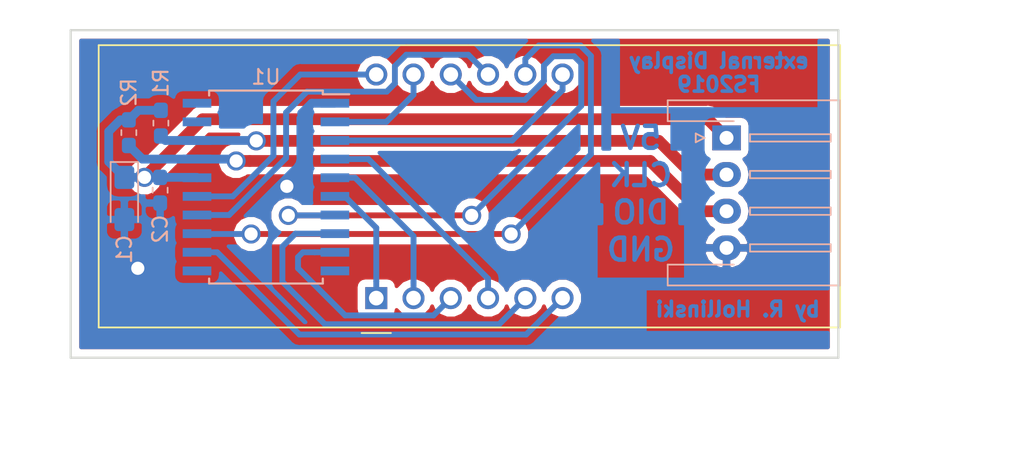
<source format=kicad_pcb>
(kicad_pcb (version 20171130) (host pcbnew "(5.0.0)")

  (general
    (thickness 1.6)
    (drawings 13)
    (tracks 117)
    (zones 0)
    (modules 7)
    (nets 17)
  )

  (page A4)
  (layers
    (0 F.Cu signal)
    (31 B.Cu signal)
    (32 B.Adhes user)
    (33 F.Adhes user)
    (34 B.Paste user)
    (35 F.Paste user)
    (36 B.SilkS user)
    (37 F.SilkS user)
    (38 B.Mask user)
    (39 F.Mask user)
    (40 Dwgs.User user)
    (41 Cmts.User user)
    (42 Eco1.User user)
    (43 Eco2.User user)
    (44 Edge.Cuts user)
    (45 Margin user)
    (46 B.CrtYd user)
    (47 F.CrtYd user)
    (48 B.Fab user)
    (49 F.Fab user)
  )

  (setup
    (last_trace_width 0.4)
    (user_trace_width 0.4)
    (user_trace_width 0.6)
    (user_trace_width 0.8)
    (user_trace_width 1)
    (trace_clearance 0.2)
    (zone_clearance 0.508)
    (zone_45_only no)
    (trace_min 0.2)
    (segment_width 0.2)
    (edge_width 0.15)
    (via_size 0.8)
    (via_drill 0.4)
    (via_min_size 0.4)
    (via_min_drill 0.3)
    (user_via 1.3 0.9)
    (user_via 2.2 1.6)
    (uvia_size 0.3)
    (uvia_drill 0.1)
    (uvias_allowed no)
    (uvia_min_size 0.2)
    (uvia_min_drill 0.1)
    (pcb_text_width 0.3)
    (pcb_text_size 1.5 1.5)
    (mod_edge_width 0.15)
    (mod_text_size 1 1)
    (mod_text_width 0.15)
    (pad_size 1.6 1.6)
    (pad_drill 0.9)
    (pad_to_mask_clearance 0.2)
    (aux_axis_origin 0 0)
    (visible_elements 7FFFFFFF)
    (pcbplotparams
      (layerselection 0x010fc_ffffffff)
      (usegerberextensions false)
      (usegerberattributes false)
      (usegerberadvancedattributes false)
      (creategerberjobfile false)
      (excludeedgelayer true)
      (linewidth 0.100000)
      (plotframeref false)
      (viasonmask false)
      (mode 1)
      (useauxorigin false)
      (hpglpennumber 1)
      (hpglpenspeed 20)
      (hpglpendiameter 15.000000)
      (psnegative false)
      (psa4output false)
      (plotreference true)
      (plotvalue true)
      (plotinvisibletext false)
      (padsonsilk false)
      (subtractmaskfromsilk false)
      (outputformat 1)
      (mirror false)
      (drillshape 0)
      (scaleselection 1)
      (outputdirectory "./Gerber"))
  )

  (net 0 "")
  (net 1 +5V)
  (net 2 GND)
  (net 3 CLK)
  (net 4 DIO)
  (net 5 a)
  (net 6 b)
  (net 7 c)
  (net 8 d)
  (net 9 e)
  (net 10 f)
  (net 11 g)
  (net 12 dot)
  (net 13 Seg4)
  (net 14 Seg3)
  (net 15 Seg2)
  (net 16 Seg1)

  (net_class Default "Dies ist die voreingestellte Netzklasse."
    (clearance 0.2)
    (trace_width 0.25)
    (via_dia 0.8)
    (via_drill 0.4)
    (uvia_dia 0.3)
    (uvia_drill 0.1)
    (add_net +5V)
    (add_net CLK)
    (add_net DIO)
    (add_net GND)
    (add_net Seg1)
    (add_net Seg2)
    (add_net Seg3)
    (add_net Seg4)
    (add_net a)
    (add_net b)
    (add_net c)
    (add_net d)
    (add_net dot)
    (add_net e)
    (add_net f)
    (add_net g)
  )

  (module Capacitor_Tantalum_SMD:CP_EIA-3216-10_Kemet-I_Pad1.58x1.35mm_HandSolder (layer B.Cu) (tedit 5B301BBE) (tstamp 5D31CEB0)
    (at 119.9896 51.6279 270)
    (descr "Tantalum Capacitor SMD Kemet-I (3216-10 Metric), IPC_7351 nominal, (Body size from: http://www.kemet.com/Lists/ProductCatalog/Attachments/253/KEM_TC101_STD.pdf), generated with kicad-footprint-generator")
    (tags "capacitor tantalum")
    (path /5CA2D950)
    (attr smd)
    (fp_text reference C1 (at 3.4695 0 270) (layer B.SilkS)
      (effects (font (size 1 1) (thickness 0.15)) (justify mirror))
    )
    (fp_text value 100µ (at 0 -1.75 270) (layer B.Fab)
      (effects (font (size 1 1) (thickness 0.15)) (justify mirror))
    )
    (fp_line (start 1.6 0.8) (end -1.2 0.8) (layer B.Fab) (width 0.1))
    (fp_line (start -1.2 0.8) (end -1.6 0.4) (layer B.Fab) (width 0.1))
    (fp_line (start -1.6 0.4) (end -1.6 -0.8) (layer B.Fab) (width 0.1))
    (fp_line (start -1.6 -0.8) (end 1.6 -0.8) (layer B.Fab) (width 0.1))
    (fp_line (start 1.6 -0.8) (end 1.6 0.8) (layer B.Fab) (width 0.1))
    (fp_line (start 1.6 0.935) (end -2.485 0.935) (layer B.SilkS) (width 0.12))
    (fp_line (start -2.485 0.935) (end -2.485 -0.935) (layer B.SilkS) (width 0.12))
    (fp_line (start -2.485 -0.935) (end 1.6 -0.935) (layer B.SilkS) (width 0.12))
    (fp_line (start -2.48 -1.05) (end -2.48 1.05) (layer B.CrtYd) (width 0.05))
    (fp_line (start -2.48 1.05) (end 2.48 1.05) (layer B.CrtYd) (width 0.05))
    (fp_line (start 2.48 1.05) (end 2.48 -1.05) (layer B.CrtYd) (width 0.05))
    (fp_line (start 2.48 -1.05) (end -2.48 -1.05) (layer B.CrtYd) (width 0.05))
    (fp_text user %R (at 0 0 270) (layer B.Fab)
      (effects (font (size 0.8 0.8) (thickness 0.12)) (justify mirror))
    )
    (pad 1 smd roundrect (at -1.4375 0 270) (size 1.575 1.35) (layers B.Cu B.Paste B.Mask) (roundrect_rratio 0.185185)
      (net 1 +5V))
    (pad 2 smd roundrect (at 1.4375 0 270) (size 1.575 1.35) (layers B.Cu B.Paste B.Mask) (roundrect_rratio 0.185185)
      (net 2 GND))
    (model ${KISYS3DMOD}/Capacitor_Tantalum_SMD.3dshapes/CP_EIA-3216-10_Kemet-I.wrl
      (at (xyz 0 0 0))
      (scale (xyz 1 1 1))
      (rotate (xyz 0 0 0))
    )
  )

  (module Capacitor_SMD:C_0603_1608Metric_Pad1.05x0.95mm_HandSolder (layer B.Cu) (tedit 5B301BBE) (tstamp 5D31CEC1)
    (at 122.428 51.0654 270)
    (descr "Capacitor SMD 0603 (1608 Metric), square (rectangular) end terminal, IPC_7351 nominal with elongated pad for handsoldering. (Body size source: http://www.tortai-tech.com/upload/download/2011102023233369053.pdf), generated with kicad-footprint-generator")
    (tags "capacitor handsolder")
    (path /5CA39DB3)
    (attr smd)
    (fp_text reference C2 (at 2.653 0 270) (layer B.SilkS)
      (effects (font (size 1 1) (thickness 0.15)) (justify mirror))
    )
    (fp_text value 100n (at 0 -1.43 270) (layer B.Fab)
      (effects (font (size 1 1) (thickness 0.15)) (justify mirror))
    )
    (fp_line (start -0.8 -0.4) (end -0.8 0.4) (layer B.Fab) (width 0.1))
    (fp_line (start -0.8 0.4) (end 0.8 0.4) (layer B.Fab) (width 0.1))
    (fp_line (start 0.8 0.4) (end 0.8 -0.4) (layer B.Fab) (width 0.1))
    (fp_line (start 0.8 -0.4) (end -0.8 -0.4) (layer B.Fab) (width 0.1))
    (fp_line (start -0.171267 0.51) (end 0.171267 0.51) (layer B.SilkS) (width 0.12))
    (fp_line (start -0.171267 -0.51) (end 0.171267 -0.51) (layer B.SilkS) (width 0.12))
    (fp_line (start -1.65 -0.73) (end -1.65 0.73) (layer B.CrtYd) (width 0.05))
    (fp_line (start -1.65 0.73) (end 1.65 0.73) (layer B.CrtYd) (width 0.05))
    (fp_line (start 1.65 0.73) (end 1.65 -0.73) (layer B.CrtYd) (width 0.05))
    (fp_line (start 1.65 -0.73) (end -1.65 -0.73) (layer B.CrtYd) (width 0.05))
    (fp_text user %R (at 0 0 270) (layer B.Fab)
      (effects (font (size 0.4 0.4) (thickness 0.06)) (justify mirror))
    )
    (pad 1 smd roundrect (at -0.875 0 270) (size 1.05 0.95) (layers B.Cu B.Paste B.Mask) (roundrect_rratio 0.25)
      (net 1 +5V))
    (pad 2 smd roundrect (at 0.875 0 270) (size 1.05 0.95) (layers B.Cu B.Paste B.Mask) (roundrect_rratio 0.25)
      (net 2 GND))
    (model ${KISYS3DMOD}/Capacitor_SMD.3dshapes/C_0603_1608Metric.wrl
      (at (xyz 0 0 0))
      (scale (xyz 1 1 1))
      (rotate (xyz 0 0 0))
    )
  )

  (module Connector_JST:JST_XH_S04B-XH-A-1_1x04_P2.50mm_Horizontal (layer B.Cu) (tedit 5D2439E8) (tstamp 5D31CEF5)
    (at 161.036 47.498 270)
    (descr "JST XH series connector, S04B-XH-A-1 (http://www.jst-mfg.com/product/pdf/eng/eXH.pdf), generated with kicad-footprint-generator")
    (tags "connector JST XH top entry")
    (path /5BDDDC52)
    (fp_text reference J1 (at 3.75 5.1 270) (layer B.SilkS) hide
      (effects (font (size 1 1) (thickness 0.15)) (justify mirror))
    )
    (fp_text value Power (at 3.75 -8.8 270) (layer B.Fab)
      (effects (font (size 1 1) (thickness 0.15)) (justify mirror))
    )
    (fp_line (start -2.95 4.4) (end -2.95 -8.1) (layer B.CrtYd) (width 0.05))
    (fp_line (start -2.95 -8.1) (end 10.45 -8.1) (layer B.CrtYd) (width 0.05))
    (fp_line (start 10.45 -8.1) (end 10.45 4.4) (layer B.CrtYd) (width 0.05))
    (fp_line (start 10.45 4.4) (end -2.95 4.4) (layer B.CrtYd) (width 0.05))
    (fp_line (start 3.75 -7.71) (end -2.56 -7.71) (layer B.SilkS) (width 0.12))
    (fp_line (start -2.56 -7.71) (end -2.56 4.01) (layer B.SilkS) (width 0.12))
    (fp_line (start -2.56 4.01) (end -1.14 4.01) (layer B.SilkS) (width 0.12))
    (fp_line (start -1.14 4.01) (end -1.14 -0.49) (layer B.SilkS) (width 0.12))
    (fp_line (start 3.75 -7.71) (end 10.06 -7.71) (layer B.SilkS) (width 0.12))
    (fp_line (start 10.06 -7.71) (end 10.06 4.01) (layer B.SilkS) (width 0.12))
    (fp_line (start 10.06 4.01) (end 8.64 4.01) (layer B.SilkS) (width 0.12))
    (fp_line (start 8.64 4.01) (end 8.64 -0.49) (layer B.SilkS) (width 0.12))
    (fp_line (start 3.75 -7.6) (end -2.45 -7.6) (layer B.Fab) (width 0.1))
    (fp_line (start -2.45 -7.6) (end -2.45 3.9) (layer B.Fab) (width 0.1))
    (fp_line (start -2.45 3.9) (end -1.25 3.9) (layer B.Fab) (width 0.1))
    (fp_line (start -1.25 3.9) (end -1.25 -0.6) (layer B.Fab) (width 0.1))
    (fp_line (start -1.25 -0.6) (end 3.75 -0.6) (layer B.Fab) (width 0.1))
    (fp_line (start 3.75 -7.6) (end 9.95 -7.6) (layer B.Fab) (width 0.1))
    (fp_line (start 9.95 -7.6) (end 9.95 3.9) (layer B.Fab) (width 0.1))
    (fp_line (start 9.95 3.9) (end 8.75 3.9) (layer B.Fab) (width 0.1))
    (fp_line (start 8.75 3.9) (end 8.75 -0.6) (layer B.Fab) (width 0.1))
    (fp_line (start 8.75 -0.6) (end 3.75 -0.6) (layer B.Fab) (width 0.1))
    (fp_line (start -0.25 -1.6) (end -0.25 -7.1) (layer B.SilkS) (width 0.12))
    (fp_line (start -0.25 -7.1) (end 0.25 -7.1) (layer B.SilkS) (width 0.12))
    (fp_line (start 0.25 -7.1) (end 0.25 -1.6) (layer B.SilkS) (width 0.12))
    (fp_line (start 0.25 -1.6) (end -0.25 -1.6) (layer B.SilkS) (width 0.12))
    (fp_line (start 2.25 -1.6) (end 2.25 -7.1) (layer B.SilkS) (width 0.12))
    (fp_line (start 2.25 -7.1) (end 2.75 -7.1) (layer B.SilkS) (width 0.12))
    (fp_line (start 2.75 -7.1) (end 2.75 -1.6) (layer B.SilkS) (width 0.12))
    (fp_line (start 2.75 -1.6) (end 2.25 -1.6) (layer B.SilkS) (width 0.12))
    (fp_line (start 4.75 -1.6) (end 4.75 -7.1) (layer B.SilkS) (width 0.12))
    (fp_line (start 4.75 -7.1) (end 5.25 -7.1) (layer B.SilkS) (width 0.12))
    (fp_line (start 5.25 -7.1) (end 5.25 -1.6) (layer B.SilkS) (width 0.12))
    (fp_line (start 5.25 -1.6) (end 4.75 -1.6) (layer B.SilkS) (width 0.12))
    (fp_line (start 7.25 -1.6) (end 7.25 -7.1) (layer B.SilkS) (width 0.12))
    (fp_line (start 7.25 -7.1) (end 7.75 -7.1) (layer B.SilkS) (width 0.12))
    (fp_line (start 7.75 -7.1) (end 7.75 -1.6) (layer B.SilkS) (width 0.12))
    (fp_line (start 7.75 -1.6) (end 7.25 -1.6) (layer B.SilkS) (width 0.12))
    (fp_line (start 0 1.5) (end -0.3 2.1) (layer B.SilkS) (width 0.12))
    (fp_line (start -0.3 2.1) (end 0.3 2.1) (layer B.SilkS) (width 0.12))
    (fp_line (start 0.3 2.1) (end 0 1.5) (layer B.SilkS) (width 0.12))
    (fp_line (start -0.625 -0.6) (end 0 0.4) (layer B.Fab) (width 0.1))
    (fp_line (start 0 0.4) (end 0.625 -0.6) (layer B.Fab) (width 0.1))
    (fp_text user %R (at 3.75 -1.85 270) (layer B.Fab)
      (effects (font (size 1 1) (thickness 0.15)) (justify mirror))
    )
    (pad 1 thru_hole rect (at 0 0 270) (size 1.7 1.95) (drill 0.95) (layers *.Cu *.Mask)
      (net 1 +5V))
    (pad 2 thru_hole oval (at 2.5 0 270) (size 1.7 1.95) (drill 0.95) (layers *.Cu *.Mask)
      (net 3 CLK))
    (pad 3 thru_hole oval (at 5 0 270) (size 1.7 1.95) (drill 0.95) (layers *.Cu *.Mask)
      (net 4 DIO))
    (pad 4 thru_hole oval (at 7.5 0 270) (size 1.7 1.95) (drill 0.95) (layers *.Cu *.Mask)
      (net 2 GND))
    (model ${KISYS3DMOD}/Connector_JST.3dshapes/JST_XH_S04B-XH-A-1_1x04_P2.50mm_Horizontal.wrl
      (at (xyz 0 0 0))
      (scale (xyz 1 1 1))
      (rotate (xyz 0 0 0))
    )
  )

  (module Resistor_SMD:R_0603_1608Metric_Pad1.05x0.95mm_HandSolder (layer B.Cu) (tedit 5B301BBD) (tstamp 5D31CF06)
    (at 122.4788 46.4934 270)
    (descr "Resistor SMD 0603 (1608 Metric), square (rectangular) end terminal, IPC_7351 nominal with elongated pad for handsoldering. (Body size source: http://www.tortai-tech.com/upload/download/2011102023233369053.pdf), generated with kicad-footprint-generator")
    (tags "resistor handsolder")
    (path /5D250BAA)
    (attr smd)
    (fp_text reference R1 (at -2.7546 0 270) (layer B.SilkS)
      (effects (font (size 1 1) (thickness 0.15)) (justify mirror))
    )
    (fp_text value 10k (at 0 -1.43 270) (layer B.Fab)
      (effects (font (size 1 1) (thickness 0.15)) (justify mirror))
    )
    (fp_text user %R (at 0 0 270) (layer B.Fab)
      (effects (font (size 0.4 0.4) (thickness 0.06)) (justify mirror))
    )
    (fp_line (start 1.65 -0.73) (end -1.65 -0.73) (layer B.CrtYd) (width 0.05))
    (fp_line (start 1.65 0.73) (end 1.65 -0.73) (layer B.CrtYd) (width 0.05))
    (fp_line (start -1.65 0.73) (end 1.65 0.73) (layer B.CrtYd) (width 0.05))
    (fp_line (start -1.65 -0.73) (end -1.65 0.73) (layer B.CrtYd) (width 0.05))
    (fp_line (start -0.171267 -0.51) (end 0.171267 -0.51) (layer B.SilkS) (width 0.12))
    (fp_line (start -0.171267 0.51) (end 0.171267 0.51) (layer B.SilkS) (width 0.12))
    (fp_line (start 0.8 -0.4) (end -0.8 -0.4) (layer B.Fab) (width 0.1))
    (fp_line (start 0.8 0.4) (end 0.8 -0.4) (layer B.Fab) (width 0.1))
    (fp_line (start -0.8 0.4) (end 0.8 0.4) (layer B.Fab) (width 0.1))
    (fp_line (start -0.8 -0.4) (end -0.8 0.4) (layer B.Fab) (width 0.1))
    (pad 2 smd roundrect (at 0.875 0 270) (size 1.05 0.95) (layers B.Cu B.Paste B.Mask) (roundrect_rratio 0.25)
      (net 3 CLK))
    (pad 1 smd roundrect (at -0.875 0 270) (size 1.05 0.95) (layers B.Cu B.Paste B.Mask) (roundrect_rratio 0.25)
      (net 1 +5V))
    (model ${KISYS3DMOD}/Resistor_SMD.3dshapes/R_0603_1608Metric.wrl
      (at (xyz 0 0 0))
      (scale (xyz 1 1 1))
      (rotate (xyz 0 0 0))
    )
  )

  (module Resistor_SMD:R_0603_1608Metric_Pad1.05x0.95mm_HandSolder (layer B.Cu) (tedit 5B301BBD) (tstamp 5D31CF17)
    (at 120.2944 47.1424 270)
    (descr "Resistor SMD 0603 (1608 Metric), square (rectangular) end terminal, IPC_7351 nominal with elongated pad for handsoldering. (Body size source: http://www.tortai-tech.com/upload/download/2011102023233369053.pdf), generated with kicad-footprint-generator")
    (tags "resistor handsolder")
    (path /5D250AC8)
    (attr smd)
    (fp_text reference R2 (at -2.7432 0 270) (layer B.SilkS)
      (effects (font (size 1 1) (thickness 0.15)) (justify mirror))
    )
    (fp_text value 10k (at 0 -1.43 270) (layer B.Fab)
      (effects (font (size 1 1) (thickness 0.15)) (justify mirror))
    )
    (fp_line (start -0.8 -0.4) (end -0.8 0.4) (layer B.Fab) (width 0.1))
    (fp_line (start -0.8 0.4) (end 0.8 0.4) (layer B.Fab) (width 0.1))
    (fp_line (start 0.8 0.4) (end 0.8 -0.4) (layer B.Fab) (width 0.1))
    (fp_line (start 0.8 -0.4) (end -0.8 -0.4) (layer B.Fab) (width 0.1))
    (fp_line (start -0.171267 0.51) (end 0.171267 0.51) (layer B.SilkS) (width 0.12))
    (fp_line (start -0.171267 -0.51) (end 0.171267 -0.51) (layer B.SilkS) (width 0.12))
    (fp_line (start -1.65 -0.73) (end -1.65 0.73) (layer B.CrtYd) (width 0.05))
    (fp_line (start -1.65 0.73) (end 1.65 0.73) (layer B.CrtYd) (width 0.05))
    (fp_line (start 1.65 0.73) (end 1.65 -0.73) (layer B.CrtYd) (width 0.05))
    (fp_line (start 1.65 -0.73) (end -1.65 -0.73) (layer B.CrtYd) (width 0.05))
    (fp_text user %R (at 0 0 270) (layer B.Fab)
      (effects (font (size 0.4 0.4) (thickness 0.06)) (justify mirror))
    )
    (pad 1 smd roundrect (at -0.875 0 270) (size 1.05 0.95) (layers B.Cu B.Paste B.Mask) (roundrect_rratio 0.25)
      (net 1 +5V))
    (pad 2 smd roundrect (at 0.875 0 270) (size 1.05 0.95) (layers B.Cu B.Paste B.Mask) (roundrect_rratio 0.25)
      (net 4 DIO))
    (model ${KISYS3DMOD}/Resistor_SMD.3dshapes/R_0603_1608Metric.wrl
      (at (xyz 0 0 0))
      (scale (xyz 1 1 1))
      (rotate (xyz 0 0 0))
    )
  )

  (module Package_SO:SOIC-20W_7.5x12.8mm_P1.27mm (layer B.Cu) (tedit 5A02F2D3) (tstamp 5D31CF40)
    (at 129.6416 50.8508 180)
    (descr "20-Lead Plastic Small Outline (SO) - Wide, 7.50 mm Body [SOIC] (see Microchip Packaging Specification 00000049BS.pdf)")
    (tags "SOIC 1.27")
    (path /5C91D38F)
    (attr smd)
    (fp_text reference U1 (at 0 7.5 180) (layer B.SilkS)
      (effects (font (size 1 1) (thickness 0.15)) (justify mirror))
    )
    (fp_text value TM1637 (at 0 -7.5 180) (layer B.Fab)
      (effects (font (size 1 1) (thickness 0.15)) (justify mirror))
    )
    (fp_text user %R (at 0 0 180) (layer B.Fab)
      (effects (font (size 1 1) (thickness 0.15)) (justify mirror))
    )
    (fp_line (start -2.75 6.4) (end 3.75 6.4) (layer B.Fab) (width 0.15))
    (fp_line (start 3.75 6.4) (end 3.75 -6.4) (layer B.Fab) (width 0.15))
    (fp_line (start 3.75 -6.4) (end -3.75 -6.4) (layer B.Fab) (width 0.15))
    (fp_line (start -3.75 -6.4) (end -3.75 5.4) (layer B.Fab) (width 0.15))
    (fp_line (start -3.75 5.4) (end -2.75 6.4) (layer B.Fab) (width 0.15))
    (fp_line (start -5.95 6.75) (end -5.95 -6.75) (layer B.CrtYd) (width 0.05))
    (fp_line (start 5.95 6.75) (end 5.95 -6.75) (layer B.CrtYd) (width 0.05))
    (fp_line (start -5.95 6.75) (end 5.95 6.75) (layer B.CrtYd) (width 0.05))
    (fp_line (start -5.95 -6.75) (end 5.95 -6.75) (layer B.CrtYd) (width 0.05))
    (fp_line (start -3.875 6.575) (end -3.875 6.325) (layer B.SilkS) (width 0.15))
    (fp_line (start 3.875 6.575) (end 3.875 6.24) (layer B.SilkS) (width 0.15))
    (fp_line (start 3.875 -6.575) (end 3.875 -6.24) (layer B.SilkS) (width 0.15))
    (fp_line (start -3.875 -6.575) (end -3.875 -6.24) (layer B.SilkS) (width 0.15))
    (fp_line (start -3.875 6.575) (end 3.875 6.575) (layer B.SilkS) (width 0.15))
    (fp_line (start -3.875 -6.575) (end 3.875 -6.575) (layer B.SilkS) (width 0.15))
    (fp_line (start -3.875 6.325) (end -5.675 6.325) (layer B.SilkS) (width 0.15))
    (pad 1 smd rect (at -4.7 5.715 180) (size 1.95 0.6) (layers B.Cu B.Paste B.Mask)
      (net 2 GND))
    (pad 2 smd rect (at -4.7 4.445 180) (size 1.95 0.6) (layers B.Cu B.Paste B.Mask)
      (net 5 a))
    (pad 3 smd rect (at -4.7 3.175 180) (size 1.95 0.6) (layers B.Cu B.Paste B.Mask)
      (net 6 b))
    (pad 4 smd rect (at -4.7 1.905 180) (size 1.95 0.6) (layers B.Cu B.Paste B.Mask)
      (net 7 c))
    (pad 5 smd rect (at -4.7 0.635 180) (size 1.95 0.6) (layers B.Cu B.Paste B.Mask)
      (net 8 d))
    (pad 6 smd rect (at -4.7 -0.635 180) (size 1.95 0.6) (layers B.Cu B.Paste B.Mask)
      (net 9 e))
    (pad 7 smd rect (at -4.7 -1.905 180) (size 1.95 0.6) (layers B.Cu B.Paste B.Mask)
      (net 10 f))
    (pad 8 smd rect (at -4.7 -3.175 180) (size 1.95 0.6) (layers B.Cu B.Paste B.Mask)
      (net 11 g))
    (pad 9 smd rect (at -4.7 -4.445 180) (size 1.95 0.6) (layers B.Cu B.Paste B.Mask)
      (net 12 dot))
    (pad 10 smd rect (at -4.7 -5.715 180) (size 1.95 0.6) (layers B.Cu B.Paste B.Mask))
    (pad 11 smd rect (at 4.7 -5.715 180) (size 1.95 0.6) (layers B.Cu B.Paste B.Mask))
    (pad 12 smd rect (at 4.7 -4.445 180) (size 1.95 0.6) (layers B.Cu B.Paste B.Mask)
      (net 13 Seg4))
    (pad 13 smd rect (at 4.7 -3.175 180) (size 1.95 0.6) (layers B.Cu B.Paste B.Mask)
      (net 14 Seg3))
    (pad 14 smd rect (at 4.7 -1.905 180) (size 1.95 0.6) (layers B.Cu B.Paste B.Mask)
      (net 15 Seg2))
    (pad 15 smd rect (at 4.7 -0.635 180) (size 1.95 0.6) (layers B.Cu B.Paste B.Mask)
      (net 16 Seg1))
    (pad 16 smd rect (at 4.7 0.635 180) (size 1.95 0.6) (layers B.Cu B.Paste B.Mask)
      (net 1 +5V))
    (pad 17 smd rect (at 4.7 1.905 180) (size 1.95 0.6) (layers B.Cu B.Paste B.Mask)
      (net 4 DIO))
    (pad 18 smd rect (at 4.7 3.175 180) (size 1.95 0.6) (layers B.Cu B.Paste B.Mask)
      (net 3 CLK))
    (pad 19 smd rect (at 4.7 4.445 180) (size 1.95 0.6) (layers B.Cu B.Paste B.Mask))
    (pad 20 smd rect (at 4.7 5.715 180) (size 1.95 0.6) (layers B.Cu B.Paste B.Mask))
    (model ${KISYS3DMOD}/Package_SO.3dshapes/SOIC-20W_7.5x12.8mm_P1.27mm.wrl
      (at (xyz 0 0 0))
      (scale (xyz 1 1 1))
      (rotate (xyz 0 0 0))
    )
  )

  (module Display_7Segment:CA56-12EWA (layer F.Cu) (tedit 5D2439C9) (tstamp 5D31D19D)
    (at 137.16 58.42 90)
    (descr "4 digit 7 segment green LED, http://www.kingbrightusa.com/images/catalog/SPEC/CA56-12EWA.pdf")
    (tags "4 digit 7 segment green LED")
    (path /5CA9CD7B)
    (fp_text reference U2 (at -0.4 -20.31 90) (layer F.SilkS) hide
      (effects (font (size 1 1) (thickness 0.15)))
    )
    (fp_text value CA56-12EWA (at 2.37 33.21 90) (layer F.Fab)
      (effects (font (size 1 1) (thickness 0.15)))
    )
    (fp_line (start -2 -18.92) (end 17.24 -18.92) (layer F.SilkS) (width 0.12))
    (fp_line (start -2 -18.92) (end -2 31.62) (layer F.SilkS) (width 0.12))
    (fp_line (start -2 31.62) (end 17.24 31.62) (layer F.SilkS) (width 0.12))
    (fp_line (start 17.24 31.62) (end 17.24 -18.92) (layer F.SilkS) (width 0.12))
    (fp_line (start -1.88 1) (end -0.88 0) (layer F.Fab) (width 0.1))
    (fp_line (start -0.88 0) (end -1.88 -1) (layer F.Fab) (width 0.1))
    (fp_line (start -1.88 -1) (end -1.88 -18.8) (layer F.Fab) (width 0.1))
    (fp_line (start -2.13 -19.05) (end 17.37 -19.05) (layer F.CrtYd) (width 0.05))
    (fp_line (start 17.37 -19.05) (end 17.37 31.75) (layer F.CrtYd) (width 0.05))
    (fp_line (start 17.37 31.75) (end -2.13 31.75) (layer F.CrtYd) (width 0.05))
    (fp_line (start -2.13 31.75) (end -2.13 -19.05) (layer F.CrtYd) (width 0.05))
    (fp_line (start -2.38 -1) (end -2.38 1) (layer F.SilkS) (width 0.12))
    (fp_line (start -1.88 -18.8) (end 17.12 -18.8) (layer F.Fab) (width 0.1))
    (fp_line (start 17.12 -18.8) (end 17.12 31.5) (layer F.Fab) (width 0.1))
    (fp_line (start -1.88 31.5) (end 17.12 31.5) (layer F.Fab) (width 0.1))
    (fp_line (start -1.88 1) (end -1.88 31.5) (layer F.Fab) (width 0.1))
    (fp_text user %R (at 8.128 6.604 90) (layer F.Fab)
      (effects (font (size 1 1) (thickness 0.15)))
    )
    (pad 1 thru_hole rect (at 0 0 90) (size 1.5 1.5) (drill 1) (layers *.Cu *.Mask)
      (net 9 e))
    (pad 2 thru_hole circle (at 0 2.54 90) (size 1.5 1.5) (drill 1) (layers *.Cu *.Mask)
      (net 8 d))
    (pad 3 thru_hole circle (at 0 5.08 90) (size 1.5 1.5) (drill 1) (layers *.Cu *.Mask)
      (net 12 dot))
    (pad 4 thru_hole circle (at 0 7.62 90) (size 1.5 1.5) (drill 1) (layers *.Cu *.Mask)
      (net 7 c))
    (pad 5 thru_hole circle (at 0 10.16 90) (size 1.5 1.5) (drill 1) (layers *.Cu *.Mask)
      (net 11 g))
    (pad 6 thru_hole circle (at 0 12.7 90) (size 1.5 1.5) (drill 1) (layers *.Cu *.Mask)
      (net 13 Seg4))
    (pad 7 thru_hole circle (at 15.24 12.7 90) (size 1.5 1.5) (drill 1) (layers *.Cu *.Mask)
      (net 6 b))
    (pad 8 thru_hole circle (at 15.24 10.16 90) (size 1.5 1.5) (drill 1) (layers *.Cu *.Mask)
      (net 14 Seg3))
    (pad 9 thru_hole circle (at 15.24 7.62 90) (size 1.5 1.5) (drill 1) (layers *.Cu *.Mask)
      (net 15 Seg2))
    (pad 10 thru_hole circle (at 15.24 5.08 90) (size 1.5 1.5) (drill 1) (layers *.Cu *.Mask)
      (net 10 f))
    (pad 11 thru_hole circle (at 15.24 2.54 90) (size 1.5 1.5) (drill 1) (layers *.Cu *.Mask)
      (net 5 a))
    (pad 12 thru_hole circle (at 15.24 0 90) (size 1.5 1.5) (drill 1) (layers *.Cu *.Mask)
      (net 16 Seg1))
    (model ${KISYS3DMOD}/Display_7Segment.3dshapes/CA56-12EWA.wrl
      (at (xyz 0 0 0))
      (scale (xyz 1 1 1))
      (rotate (xyz 0 0 0))
    )
  )

  (dimension 1.016 (width 0.3) (layer Dwgs.User)
    (gr_text "1,016 mm" (at 179.0618 40.6654 90) (layer Dwgs.User)
      (effects (font (size 1.5 1.5) (thickness 0.3)))
    )
    (feature1 (pts (xy 118.618 40.1574) (xy 177.548221 40.1574)))
    (feature2 (pts (xy 118.618 41.1734) (xy 177.548221 41.1734)))
    (crossbar (pts (xy 176.9618 41.1734) (xy 176.9618 40.1574)))
    (arrow1a (pts (xy 176.9618 40.1574) (xy 177.548221 41.283904)))
    (arrow1b (pts (xy 176.9618 40.1574) (xy 176.375379 41.283904)))
    (arrow2a (pts (xy 176.9618 41.1734) (xy 177.548221 40.046896)))
    (arrow2b (pts (xy 176.9618 41.1734) (xy 176.375379 40.046896)))
  )
  (gr_line (start 116.332 40.1574) (end 116.332 62.484) (layer Edge.Cuts) (width 0.15))
  (gr_line (start 168.656 40.1574) (end 116.332 40.1574) (layer Edge.Cuts) (width 0.15))
  (gr_line (start 168.656 62.484) (end 168.656 40.1574) (layer Edge.Cuts) (width 0.15))
  (gr_line (start 116.332 62.484) (end 168.656 62.484) (layer Edge.Cuts) (width 0.15))
  (dimension 2.032 (width 0.3) (layer Dwgs.User)
    (gr_text "2,032 mm" (at 117.348 70.172) (layer Dwgs.User)
      (effects (font (size 1.5 1.5) (thickness 0.3)))
    )
    (feature1 (pts (xy 116.332 41.148) (xy 116.332 68.658421)))
    (feature2 (pts (xy 118.364 41.148) (xy 118.364 68.658421)))
    (crossbar (pts (xy 118.364 68.072) (xy 116.332 68.072)))
    (arrow1a (pts (xy 116.332 68.072) (xy 117.458504 67.485579)))
    (arrow1b (pts (xy 116.332 68.072) (xy 117.458504 68.658421)))
    (arrow2a (pts (xy 118.364 68.072) (xy 117.237496 67.485579)))
    (arrow2b (pts (xy 118.364 68.072) (xy 117.237496 68.658421)))
  )
  (dimension 2.032 (width 0.3) (layer Dwgs.User)
    (gr_text "2,032 mm" (at 179.392 61.468 270) (layer Dwgs.User)
      (effects (font (size 1.5 1.5) (thickness 0.3)))
    )
    (feature1 (pts (xy 118.364 62.484) (xy 177.878421 62.484)))
    (feature2 (pts (xy 118.364 60.452) (xy 177.878421 60.452)))
    (crossbar (pts (xy 177.292 60.452) (xy 177.292 62.484)))
    (arrow1a (pts (xy 177.292 62.484) (xy 176.705579 61.357496)))
    (arrow1b (pts (xy 177.292 62.484) (xy 177.878421 61.357496)))
    (arrow2a (pts (xy 177.292 60.452) (xy 176.705579 61.578504)))
    (arrow2b (pts (xy 177.292 60.452) (xy 177.878421 61.578504)))
  )
  (gr_text "external Display\nFS2019" (at 160.5026 43.053) (layer B.Cu) (tstamp 5D322B1C)
    (effects (font (size 1 1) (thickness 0.25)) (justify mirror))
  )
  (gr_text "by R. Hollinski" (at 161.798 59.182) (layer B.Cu)
    (effects (font (size 1 1) (thickness 0.25)) (justify mirror))
  )
  (gr_text GND (at 155.194 55.118) (layer B.Cu) (tstamp 5D3227F2)
    (effects (font (size 1.5 1.5) (thickness 0.3)) (justify mirror))
  )
  (gr_text DIO (at 155.194 52.578) (layer B.Cu) (tstamp 5D32275F)
    (effects (font (size 1.5 1.5) (thickness 0.3)) (justify mirror))
  )
  (gr_text CLK (at 155.194 50.038) (layer B.Cu) (tstamp 5D3226CC)
    (effects (font (size 1.5 1.5) (thickness 0.3)) (justify mirror))
  )
  (gr_text 5V (at 155.194 47.498) (layer B.Cu)
    (effects (font (size 1.5 1.5) (thickness 0.3)) (justify mirror))
  )

  (segment (start 124.9162 50.1904) (end 124.9416 50.2158) (width 0.6) (layer B.Cu) (net 1))
  (segment (start 122.428 50.1904) (end 124.9162 50.1904) (width 0.6) (layer B.Cu) (net 1))
  (segment (start 119.9896 50.1904) (end 121.3612 50.1904) (width 0.6) (layer B.Cu) (net 1))
  (segment (start 120.9434 45.6184) (end 120.2944 46.2674) (width 0.6) (layer B.Cu) (net 1))
  (segment (start 122.4788 45.6184) (end 120.9434 45.6184) (width 0.6) (layer B.Cu) (net 1))
  (segment (start 119.7194 46.2674) (end 118.9228 47.064) (width 0.6) (layer B.Cu) (net 1))
  (segment (start 120.2944 46.2674) (end 119.7194 46.2674) (width 0.6) (layer B.Cu) (net 1))
  (segment (start 118.9228 49.1236) (end 119.9896 50.1904) (width 0.6) (layer B.Cu) (net 1))
  (segment (start 118.9228 47.064) (end 118.9228 49.1236) (width 0.6) (layer B.Cu) (net 1))
  (segment (start 121.3612 50.1904) (end 122.428 50.1904) (width 0.6) (layer B.Cu) (net 1) (tstamp 5D31F2C8))
  (via (at 121.3612 50.1904) (size 1.3) (drill 0.9) (layers F.Cu B.Cu) (net 1))
  (segment (start 160.8836 47.3456) (end 161.036 47.498) (width 0.8) (layer F.Cu) (net 1))
  (segment (start 159.766 46.228) (end 160.8836 47.3456) (width 0.8) (layer F.Cu) (net 1))
  (segment (start 121.3612 50.1904) (end 125.3236 46.228) (width 0.8) (layer F.Cu) (net 1))
  (segment (start 125.3236 46.228) (end 159.766 46.228) (width 0.8) (layer F.Cu) (net 1))
  (segment (start 132.7666 45.1358) (end 132.08 45.8224) (width 0.6) (layer B.Cu) (net 2))
  (segment (start 134.3416 45.1358) (end 132.7666 45.1358) (width 0.6) (layer B.Cu) (net 2))
  (via (at 131.064 50.8) (size 1.3) (drill 0.9) (layers F.Cu B.Cu) (net 2))
  (segment (start 132.08 45.8224) (end 132.08 49.784) (width 0.6) (layer B.Cu) (net 2))
  (segment (start 132.08 49.784) (end 131.064 50.8) (width 0.6) (layer B.Cu) (net 2))
  (via (at 120.904 56.388) (size 1.3) (drill 0.9) (layers F.Cu B.Cu) (net 2))
  (segment (start 122.7862 47.6758) (end 122.4788 47.3684) (width 0.6) (layer B.Cu) (net 3))
  (segment (start 124.9416 47.6758) (end 122.7862 47.6758) (width 0.6) (layer B.Cu) (net 3))
  (segment (start 156.4132 47.7012) (end 129.900438 47.7012) (width 0.8) (layer F.Cu) (net 3))
  (via (at 128.9812 47.7012) (size 1.3) (drill 0.9) (layers F.Cu B.Cu) (net 3))
  (segment (start 161.036 49.998) (end 158.71 49.998) (width 0.8) (layer F.Cu) (net 3))
  (segment (start 129.900438 47.7012) (end 128.9812 47.7012) (width 0.8) (layer F.Cu) (net 3))
  (segment (start 124.9416 47.6758) (end 128.9558 47.6758) (width 0.6) (layer B.Cu) (net 3))
  (segment (start 158.71 49.998) (end 156.4132 47.7012) (width 0.8) (layer F.Cu) (net 3))
  (segment (start 128.9558 47.6758) (end 128.9812 47.7012) (width 0.6) (layer B.Cu) (net 3))
  (segment (start 121.2228 48.9458) (end 120.2944 48.0174) (width 0.6) (layer B.Cu) (net 4))
  (segment (start 124.9416 48.9458) (end 121.2228 48.9458) (width 0.6) (layer B.Cu) (net 4))
  (via (at 127.6096 49.0728) (size 1.3) (drill 0.9) (layers F.Cu B.Cu) (net 4))
  (segment (start 155.8358 49.0728) (end 128.528838 49.0728) (width 0.8) (layer F.Cu) (net 4))
  (segment (start 128.528838 49.0728) (end 127.6096 49.0728) (width 0.8) (layer F.Cu) (net 4))
  (segment (start 159.261 52.498) (end 155.8358 49.0728) (width 0.8) (layer F.Cu) (net 4))
  (segment (start 161.036 52.498) (end 159.261 52.498) (width 0.8) (layer F.Cu) (net 4))
  (segment (start 124.9416 48.9458) (end 127.4826 48.9458) (width 0.6) (layer B.Cu) (net 4))
  (segment (start 127.4826 48.9458) (end 127.6096 49.0728) (width 0.6) (layer B.Cu) (net 4))
  (segment (start 134.3416 46.4058) (end 137.8458 46.4058) (width 0.4) (layer B.Cu) (net 5))
  (segment (start 139.7 44.5516) (end 139.7 43.18) (width 0.4) (layer B.Cu) (net 5))
  (segment (start 137.8458 46.4058) (end 139.7 44.5516) (width 0.4) (layer B.Cu) (net 5))
  (segment (start 149.86 43.18) (end 149.86 44.24066) (width 0.4) (layer B.Cu) (net 6))
  (segment (start 149.86 44.24066) (end 146.42486 47.6758) (width 0.4) (layer B.Cu) (net 6))
  (segment (start 135.7166 47.6758) (end 134.3416 47.6758) (width 0.4) (layer B.Cu) (net 6))
  (segment (start 146.42486 47.6758) (end 135.7166 47.6758) (width 0.4) (layer B.Cu) (net 6))
  (segment (start 144.78 58.42) (end 144.78 57.0992) (width 0.4) (layer B.Cu) (net 7))
  (segment (start 136.6266 48.9458) (end 134.3416 48.9458) (width 0.4) (layer B.Cu) (net 7))
  (segment (start 144.78 57.0992) (end 136.6266 48.9458) (width 0.4) (layer B.Cu) (net 7))
  (segment (start 139.7 57.35934) (end 139.7 58.42) (width 0.4) (layer B.Cu) (net 8))
  (segment (start 139.7 54.1992) (end 139.7 57.35934) (width 0.4) (layer B.Cu) (net 8))
  (segment (start 134.3416 50.2158) (end 135.7166 50.2158) (width 0.4) (layer B.Cu) (net 8))
  (segment (start 135.7166 50.2158) (end 139.7 54.1992) (width 0.4) (layer B.Cu) (net 8))
  (segment (start 137.16 57.27) (end 137.16 58.42) (width 0.4) (layer B.Cu) (net 9))
  (segment (start 137.16 53.6292) (end 137.16 57.27) (width 0.4) (layer B.Cu) (net 9))
  (segment (start 134.3416 51.4858) (end 135.0166 51.4858) (width 0.4) (layer B.Cu) (net 9))
  (segment (start 135.0166 51.4858) (end 137.16 53.6292) (width 0.4) (layer B.Cu) (net 9))
  (via (at 131.1656 52.7812) (size 1.3) (drill 0.9) (layers F.Cu B.Cu) (net 10))
  (segment (start 134.3162 52.7812) (end 134.3416 52.7558) (width 0.4) (layer B.Cu) (net 10))
  (segment (start 131.1656 52.7812) (end 134.3162 52.7812) (width 0.4) (layer B.Cu) (net 10))
  (via (at 143.6624 52.781198) (size 1.3) (drill 0.9) (layers F.Cu B.Cu) (net 10))
  (segment (start 131.1656 52.7812) (end 143.662398 52.7812) (width 0.4) (layer F.Cu) (net 10))
  (segment (start 143.662398 52.7812) (end 143.6624 52.781198) (width 0.4) (layer F.Cu) (net 10))
  (segment (start 144.312399 52.131199) (end 143.6624 52.781198) (width 0.4) (layer B.Cu) (net 10))
  (segment (start 151.13 45.313598) (end 144.312399 52.131199) (width 0.4) (layer B.Cu) (net 10))
  (segment (start 151.13 42.418) (end 151.13 45.313598) (width 0.4) (layer B.Cu) (net 10))
  (segment (start 150.647198 41.935198) (end 151.13 42.418) (width 0.4) (layer B.Cu) (net 10))
  (segment (start 143.9672 44.9072) (end 147.294802 44.9072) (width 0.4) (layer B.Cu) (net 10))
  (segment (start 148.59 43.612002) (end 148.59 42.5704) (width 0.4) (layer B.Cu) (net 10))
  (segment (start 147.294802 44.9072) (end 148.59 43.612002) (width 0.4) (layer B.Cu) (net 10))
  (segment (start 148.59 42.5704) (end 149.225202 41.935198) (width 0.4) (layer B.Cu) (net 10))
  (segment (start 142.24 43.18) (end 143.9672 44.9072) (width 0.4) (layer B.Cu) (net 10))
  (segment (start 149.225202 41.935198) (end 150.647198 41.935198) (width 0.4) (layer B.Cu) (net 10))
  (segment (start 147.32 58.42) (end 145.542 60.198) (width 0.4) (layer B.Cu) (net 11))
  (segment (start 145.542 60.198) (end 133.6548 60.198) (width 0.4) (layer B.Cu) (net 11))
  (segment (start 133.6548 60.198) (end 130.7592 57.3024) (width 0.4) (layer B.Cu) (net 11))
  (segment (start 130.7592 57.3024) (end 130.7592 54.9148) (width 0.4) (layer B.Cu) (net 11))
  (segment (start 131.6482 54.0258) (end 134.3416 54.0258) (width 0.4) (layer B.Cu) (net 11))
  (segment (start 130.7592 54.9148) (end 131.6482 54.0258) (width 0.4) (layer B.Cu) (net 11))
  (segment (start 132.1562 55.2958) (end 132.9666 55.2958) (width 0.4) (layer B.Cu) (net 12))
  (segment (start 132.9666 55.2958) (end 134.3416 55.2958) (width 0.4) (layer B.Cu) (net 12))
  (segment (start 131.826 55.626) (end 132.1562 55.2958) (width 0.4) (layer B.Cu) (net 12))
  (segment (start 135.035989 59.597989) (end 131.826 56.388) (width 0.4) (layer B.Cu) (net 12))
  (segment (start 141.062011 59.597989) (end 135.035989 59.597989) (width 0.4) (layer B.Cu) (net 12))
  (segment (start 142.24 58.42) (end 141.062011 59.597989) (width 0.4) (layer B.Cu) (net 12))
  (segment (start 131.826 56.388) (end 131.826 55.626) (width 0.4) (layer B.Cu) (net 12))
  (segment (start 149.86 58.42) (end 147.380391 60.899609) (width 0.4) (layer B.Cu) (net 13))
  (segment (start 147.380391 60.899609) (end 131.920409 60.899609) (width 0.4) (layer B.Cu) (net 13))
  (segment (start 126.3166 55.2958) (end 124.9416 55.2958) (width 0.4) (layer B.Cu) (net 13))
  (segment (start 131.920409 60.899609) (end 126.3166 55.2958) (width 0.4) (layer B.Cu) (net 13))
  (via (at 128.6256 54.0512) (size 1.3) (drill 0.9) (layers F.Cu B.Cu) (net 14))
  (segment (start 124.967 54.0512) (end 124.9416 54.0258) (width 0.4) (layer B.Cu) (net 14))
  (segment (start 128.6256 54.0512) (end 124.967 54.0512) (width 0.4) (layer B.Cu) (net 14))
  (segment (start 147.004799 53.401201) (end 146.3548 54.0512) (width 0.4) (layer B.Cu) (net 14))
  (segment (start 151.0792 41.1988) (end 151.7904 41.91) (width 0.4) (layer B.Cu) (net 14))
  (segment (start 151.7904 48.6156) (end 147.004799 53.401201) (width 0.4) (layer B.Cu) (net 14))
  (segment (start 151.7904 41.91) (end 151.7904 48.6156) (width 0.4) (layer B.Cu) (net 14))
  (segment (start 147.32 42.11934) (end 148.24054 41.1988) (width 0.4) (layer B.Cu) (net 14))
  (segment (start 148.24054 41.1988) (end 151.0792 41.1988) (width 0.4) (layer B.Cu) (net 14))
  (segment (start 128.6256 54.0512) (end 146.3548 54.0512) (width 0.4) (layer F.Cu) (net 14))
  (segment (start 147.32 43.18) (end 147.32 42.11934) (width 0.4) (layer B.Cu) (net 14))
  (via (at 146.3548 54.0512) (size 1.3) (drill 0.9) (layers F.Cu B.Cu) (net 14))
  (segment (start 131.0132 48.8696) (end 127.127 52.7558) (width 0.4) (layer B.Cu) (net 15))
  (segment (start 131.0132 45.7708) (end 131.0132 48.8696) (width 0.4) (layer B.Cu) (net 15))
  (segment (start 132.4356 44.3484) (end 131.0132 45.7708) (width 0.4) (layer B.Cu) (net 15))
  (segment (start 143.4338 41.8338) (end 139.203398 41.8338) (width 0.4) (layer B.Cu) (net 15))
  (segment (start 138.43 42.607198) (end 138.43 43.7896) (width 0.4) (layer B.Cu) (net 15))
  (segment (start 144.78 43.18) (end 143.4338 41.8338) (width 0.4) (layer B.Cu) (net 15))
  (segment (start 138.43 43.7896) (end 137.8712 44.3484) (width 0.4) (layer B.Cu) (net 15))
  (segment (start 127.127 52.7558) (end 124.9416 52.7558) (width 0.4) (layer B.Cu) (net 15))
  (segment (start 139.203398 41.8338) (end 138.43 42.607198) (width 0.4) (layer B.Cu) (net 15))
  (segment (start 137.8712 44.3484) (end 132.4356 44.3484) (width 0.4) (layer B.Cu) (net 15))
  (segment (start 127.381 51.4858) (end 124.9416 51.4858) (width 0.4) (layer B.Cu) (net 16))
  (segment (start 130.1496 48.7172) (end 127.381 51.4858) (width 0.4) (layer B.Cu) (net 16))
  (segment (start 130.1496 45.0088) (end 130.1496 48.7172) (width 0.4) (layer B.Cu) (net 16))
  (segment (start 137.16 43.18) (end 131.9784 43.18) (width 0.4) (layer B.Cu) (net 16))
  (segment (start 131.9784 43.18) (end 130.1496 45.0088) (width 0.4) (layer B.Cu) (net 16))

  (zone (net 2) (net_name GND) (layer F.Cu) (tstamp 5D3803BA) (hatch edge 0.508)
    (connect_pads (clearance 0.508))
    (min_thickness 0.254)
    (fill yes (arc_segments 16) (thermal_gap 0.508) (thermal_bridge_width 0.508))
    (polygon
      (pts
        (xy 116.84 39.37) (xy 170.18 39.37) (xy 170.18 63.5) (xy 116.84 63.5)
      )
    )
    (filled_polygon
      (pts
        (xy 167.946 61.774) (xy 117.042 61.774) (xy 117.042 57.67) (xy 135.76256 57.67) (xy 135.76256 59.17)
        (xy 135.811843 59.417765) (xy 135.952191 59.627809) (xy 136.162235 59.768157) (xy 136.41 59.81744) (xy 137.91 59.81744)
        (xy 138.157765 59.768157) (xy 138.367809 59.627809) (xy 138.508157 59.417765) (xy 138.546469 59.225156) (xy 138.91546 59.594147)
        (xy 139.424506 59.805) (xy 139.975494 59.805) (xy 140.48454 59.594147) (xy 140.874147 59.20454) (xy 140.97 58.97313)
        (xy 141.065853 59.20454) (xy 141.45546 59.594147) (xy 141.964506 59.805) (xy 142.515494 59.805) (xy 143.02454 59.594147)
        (xy 143.414147 59.20454) (xy 143.51 58.97313) (xy 143.605853 59.20454) (xy 143.99546 59.594147) (xy 144.504506 59.805)
        (xy 145.055494 59.805) (xy 145.56454 59.594147) (xy 145.954147 59.20454) (xy 146.05 58.97313) (xy 146.145853 59.20454)
        (xy 146.53546 59.594147) (xy 147.044506 59.805) (xy 147.595494 59.805) (xy 148.10454 59.594147) (xy 148.494147 59.20454)
        (xy 148.59 58.97313) (xy 148.685853 59.20454) (xy 149.07546 59.594147) (xy 149.584506 59.805) (xy 150.135494 59.805)
        (xy 150.64454 59.594147) (xy 151.034147 59.20454) (xy 151.245 58.695494) (xy 151.245 58.144506) (xy 151.034147 57.63546)
        (xy 150.64454 57.245853) (xy 150.135494 57.035) (xy 149.584506 57.035) (xy 149.07546 57.245853) (xy 148.685853 57.63546)
        (xy 148.59 57.86687) (xy 148.494147 57.63546) (xy 148.10454 57.245853) (xy 147.595494 57.035) (xy 147.044506 57.035)
        (xy 146.53546 57.245853) (xy 146.145853 57.63546) (xy 146.05 57.86687) (xy 145.954147 57.63546) (xy 145.56454 57.245853)
        (xy 145.055494 57.035) (xy 144.504506 57.035) (xy 143.99546 57.245853) (xy 143.605853 57.63546) (xy 143.51 57.86687)
        (xy 143.414147 57.63546) (xy 143.02454 57.245853) (xy 142.515494 57.035) (xy 141.964506 57.035) (xy 141.45546 57.245853)
        (xy 141.065853 57.63546) (xy 140.97 57.86687) (xy 140.874147 57.63546) (xy 140.48454 57.245853) (xy 139.975494 57.035)
        (xy 139.424506 57.035) (xy 138.91546 57.245853) (xy 138.546469 57.614844) (xy 138.508157 57.422235) (xy 138.367809 57.212191)
        (xy 138.157765 57.071843) (xy 137.91 57.02256) (xy 136.41 57.02256) (xy 136.162235 57.071843) (xy 135.952191 57.212191)
        (xy 135.811843 57.422235) (xy 135.76256 57.67) (xy 117.042 57.67) (xy 117.042 55.35489) (xy 159.469524 55.35489)
        (xy 159.708503 55.869193) (xy 160.133429 56.263053) (xy 160.676733 56.46432) (xy 160.909 56.324165) (xy 160.909 55.125)
        (xy 161.163 55.125) (xy 161.163 56.324165) (xy 161.395267 56.46432) (xy 161.938571 56.263053) (xy 162.363497 55.869193)
        (xy 162.602476 55.35489) (xy 162.481155 55.125) (xy 161.163 55.125) (xy 160.909 55.125) (xy 159.590845 55.125)
        (xy 159.469524 55.35489) (xy 117.042 55.35489) (xy 117.042 53.795598) (xy 127.3406 53.795598) (xy 127.3406 54.306802)
        (xy 127.536229 54.779094) (xy 127.897706 55.140571) (xy 128.369998 55.3362) (xy 128.881202 55.3362) (xy 129.353494 55.140571)
        (xy 129.607865 54.8862) (xy 145.372535 54.8862) (xy 145.626906 55.140571) (xy 146.099198 55.3362) (xy 146.610402 55.3362)
        (xy 147.082694 55.140571) (xy 147.444171 54.779094) (xy 147.6398 54.306802) (xy 147.6398 53.795598) (xy 147.444171 53.323306)
        (xy 147.082694 52.961829) (xy 146.610402 52.7662) (xy 146.099198 52.7662) (xy 145.626906 52.961829) (xy 145.372535 53.2162)
        (xy 144.87309 53.2162) (xy 144.9474 53.0368) (xy 144.9474 52.525596) (xy 144.751771 52.053304) (xy 144.390294 51.691827)
        (xy 143.918002 51.496198) (xy 143.406798 51.496198) (xy 142.934506 51.691827) (xy 142.680133 51.9462) (xy 132.147865 51.9462)
        (xy 131.893494 51.691829) (xy 131.421202 51.4962) (xy 130.909998 51.4962) (xy 130.437706 51.691829) (xy 130.076229 52.053306)
        (xy 129.8806 52.525598) (xy 129.8806 53.036802) (xy 129.954909 53.2162) (xy 129.607865 53.2162) (xy 129.353494 52.961829)
        (xy 128.881202 52.7662) (xy 128.369998 52.7662) (xy 127.897706 52.961829) (xy 127.536229 53.323306) (xy 127.3406 53.795598)
        (xy 117.042 53.795598) (xy 117.042 49.934798) (xy 120.0762 49.934798) (xy 120.0762 50.446002) (xy 120.271829 50.918294)
        (xy 120.633306 51.279771) (xy 121.105598 51.4754) (xy 121.616802 51.4754) (xy 122.089094 51.279771) (xy 122.450571 50.918294)
        (xy 122.6462 50.446002) (xy 122.6462 50.36911) (xy 125.752311 47.263) (xy 127.771834 47.263) (xy 127.6962 47.445598)
        (xy 127.6962 47.7878) (xy 127.353998 47.7878) (xy 126.881706 47.983429) (xy 126.520229 48.344906) (xy 126.3246 48.817198)
        (xy 126.3246 49.328402) (xy 126.520229 49.800694) (xy 126.881706 50.162171) (xy 127.353998 50.3578) (xy 127.865202 50.3578)
        (xy 128.337494 50.162171) (xy 128.391865 50.1078) (xy 155.40709 50.1078) (xy 158.457065 53.157776) (xy 158.514807 53.244193)
        (xy 158.601223 53.301934) (xy 158.857163 53.472948) (xy 159.260999 53.553276) (xy 159.362934 53.533) (xy 159.816571 53.533)
        (xy 159.840375 53.568625) (xy 160.113687 53.751246) (xy 159.708503 54.126807) (xy 159.469524 54.64111) (xy 159.590845 54.871)
        (xy 160.909 54.871) (xy 160.909 54.851) (xy 161.163 54.851) (xy 161.163 54.871) (xy 162.481155 54.871)
        (xy 162.602476 54.64111) (xy 162.363497 54.126807) (xy 161.958313 53.751246) (xy 162.231625 53.568625) (xy 162.559839 53.077418)
        (xy 162.675092 52.498) (xy 162.559839 51.918582) (xy 162.231625 51.427375) (xy 161.963171 51.248) (xy 162.231625 51.068625)
        (xy 162.559839 50.577418) (xy 162.675092 49.998) (xy 162.559839 49.418582) (xy 162.245886 48.948719) (xy 162.258765 48.946157)
        (xy 162.468809 48.805809) (xy 162.609157 48.595765) (xy 162.65844 48.348) (xy 162.65844 46.648) (xy 162.609157 46.400235)
        (xy 162.468809 46.190191) (xy 162.258765 46.049843) (xy 162.011 46.00056) (xy 161.00227 46.00056) (xy 160.569937 45.568227)
        (xy 160.512193 45.481807) (xy 160.169837 45.253052) (xy 159.867935 45.193) (xy 159.867934 45.193) (xy 159.766 45.172724)
        (xy 159.664066 45.193) (xy 125.425534 45.193) (xy 125.3236 45.172724) (xy 125.221665 45.193) (xy 124.919763 45.253052)
        (xy 124.577407 45.481807) (xy 124.519665 45.568224) (xy 121.18249 48.9054) (xy 121.105598 48.9054) (xy 120.633306 49.101029)
        (xy 120.271829 49.462506) (xy 120.0762 49.934798) (xy 117.042 49.934798) (xy 117.042 42.904506) (xy 135.775 42.904506)
        (xy 135.775 43.455494) (xy 135.985853 43.96454) (xy 136.37546 44.354147) (xy 136.884506 44.565) (xy 137.435494 44.565)
        (xy 137.94454 44.354147) (xy 138.334147 43.96454) (xy 138.43 43.73313) (xy 138.525853 43.96454) (xy 138.91546 44.354147)
        (xy 139.424506 44.565) (xy 139.975494 44.565) (xy 140.48454 44.354147) (xy 140.874147 43.96454) (xy 140.97 43.73313)
        (xy 141.065853 43.96454) (xy 141.45546 44.354147) (xy 141.964506 44.565) (xy 142.515494 44.565) (xy 143.02454 44.354147)
        (xy 143.414147 43.96454) (xy 143.51 43.73313) (xy 143.605853 43.96454) (xy 143.99546 44.354147) (xy 144.504506 44.565)
        (xy 145.055494 44.565) (xy 145.56454 44.354147) (xy 145.954147 43.96454) (xy 146.05 43.73313) (xy 146.145853 43.96454)
        (xy 146.53546 44.354147) (xy 147.044506 44.565) (xy 147.595494 44.565) (xy 148.10454 44.354147) (xy 148.494147 43.96454)
        (xy 148.59 43.73313) (xy 148.685853 43.96454) (xy 149.07546 44.354147) (xy 149.584506 44.565) (xy 150.135494 44.565)
        (xy 150.64454 44.354147) (xy 151.034147 43.96454) (xy 151.245 43.455494) (xy 151.245 42.904506) (xy 151.034147 42.39546)
        (xy 150.64454 42.005853) (xy 150.135494 41.795) (xy 149.584506 41.795) (xy 149.07546 42.005853) (xy 148.685853 42.39546)
        (xy 148.59 42.62687) (xy 148.494147 42.39546) (xy 148.10454 42.005853) (xy 147.595494 41.795) (xy 147.044506 41.795)
        (xy 146.53546 42.005853) (xy 146.145853 42.39546) (xy 146.05 42.62687) (xy 145.954147 42.39546) (xy 145.56454 42.005853)
        (xy 145.055494 41.795) (xy 144.504506 41.795) (xy 143.99546 42.005853) (xy 143.605853 42.39546) (xy 143.51 42.62687)
        (xy 143.414147 42.39546) (xy 143.02454 42.005853) (xy 142.515494 41.795) (xy 141.964506 41.795) (xy 141.45546 42.005853)
        (xy 141.065853 42.39546) (xy 140.97 42.62687) (xy 140.874147 42.39546) (xy 140.48454 42.005853) (xy 139.975494 41.795)
        (xy 139.424506 41.795) (xy 138.91546 42.005853) (xy 138.525853 42.39546) (xy 138.43 42.62687) (xy 138.334147 42.39546)
        (xy 137.94454 42.005853) (xy 137.435494 41.795) (xy 136.884506 41.795) (xy 136.37546 42.005853) (xy 135.985853 42.39546)
        (xy 135.775 42.904506) (xy 117.042 42.904506) (xy 117.042 40.8674) (xy 167.946001 40.8674)
      )
    )
  )
  (zone (net 2) (net_name GND) (layer B.Cu) (tstamp 5D3803B7) (hatch edge 0.508)
    (connect_pads (clearance 0.508))
    (min_thickness 0.254)
    (fill yes (arc_segments 16) (thermal_gap 0.508) (thermal_bridge_width 0.508))
    (polygon
      (pts
        (xy 115.57 38.1) (xy 171.45 38.1) (xy 171.45 64.77) (xy 115.57 64.77)
      )
    )
    (filled_polygon
      (pts
        (xy 146.787718 41.470755) (xy 146.718 41.517339) (xy 146.641755 41.631448) (xy 146.533448 41.79354) (xy 146.480231 42.061082)
        (xy 146.145853 42.39546) (xy 146.05 42.62687) (xy 145.954147 42.39546) (xy 145.56454 42.005853) (xy 145.055494 41.795)
        (xy 144.575868 41.795) (xy 144.082387 41.30152) (xy 144.035801 41.231799) (xy 143.759601 41.047248) (xy 143.516037 40.9988)
        (xy 143.516033 40.9988) (xy 143.4338 40.982443) (xy 143.351567 40.9988) (xy 139.285635 40.9988) (xy 139.203398 40.982442)
        (xy 139.121161 40.9988) (xy 138.877597 41.047248) (xy 138.601397 41.231799) (xy 138.554812 41.301518) (xy 137.89772 41.958611)
        (xy 137.871991 41.975802) (xy 137.435494 41.795) (xy 136.884506 41.795) (xy 136.37546 42.005853) (xy 136.036313 42.345)
        (xy 132.060637 42.345) (xy 131.9784 42.328642) (xy 131.896163 42.345) (xy 131.652599 42.393448) (xy 131.376399 42.577999)
        (xy 131.329815 42.647717) (xy 129.61732 44.360213) (xy 129.547599 44.406799) (xy 129.363048 44.683) (xy 129.3146 44.926564)
        (xy 129.3146 44.926567) (xy 129.298243 45.0088) (xy 129.3146 45.091033) (xy 129.3146 46.448425) (xy 129.236802 46.4162)
        (xy 128.725598 46.4162) (xy 128.253306 46.611829) (xy 128.124335 46.7408) (xy 126.557078 46.7408) (xy 126.56404 46.7058)
        (xy 126.56404 46.1058) (xy 126.514757 45.858035) (xy 126.456468 45.7708) (xy 126.514757 45.683565) (xy 126.56404 45.4358)
        (xy 126.56404 44.8358) (xy 126.514757 44.588035) (xy 126.374409 44.377991) (xy 126.164365 44.237643) (xy 125.9166 44.18836)
        (xy 123.9666 44.18836) (xy 123.718835 44.237643) (xy 123.508791 44.377991) (xy 123.368443 44.588035) (xy 123.344436 44.708728)
        (xy 123.342047 44.705153) (xy 123.054952 44.513322) (xy 122.7163 44.44596) (xy 122.2413 44.44596) (xy 121.902648 44.513322)
        (xy 121.648109 44.6834) (xy 121.035486 44.6834) (xy 120.9434 44.665083) (xy 120.851314 44.6834) (xy 120.578581 44.73765)
        (xy 120.269303 44.944303) (xy 120.217139 45.022372) (xy 120.144551 45.09496) (xy 120.0569 45.09496) (xy 119.718248 45.162322)
        (xy 119.431153 45.354153) (xy 119.417848 45.374065) (xy 119.354581 45.38665) (xy 119.045303 45.593303) (xy 118.993139 45.671372)
        (xy 118.326772 46.337739) (xy 118.248703 46.389903) (xy 118.076249 46.648) (xy 118.04205 46.699182) (xy 117.969483 47.064)
        (xy 117.9878 47.156086) (xy 117.987801 49.03151) (xy 117.969483 49.1236) (xy 118.04205 49.488418) (xy 118.164755 49.672059)
        (xy 118.248704 49.797697) (xy 118.32677 49.849859) (xy 118.66716 50.190249) (xy 118.66716 50.727901) (xy 118.735473 51.071336)
        (xy 118.930014 51.362486) (xy 119.221164 51.557027) (xy 119.564599 51.62534) (xy 120.414601 51.62534) (xy 120.758036 51.557027)
        (xy 120.966455 51.417765) (xy 121.105598 51.4754) (xy 121.318 51.4754) (xy 121.318 51.65465) (xy 121.47675 51.8134)
        (xy 122.301 51.8134) (xy 122.301 51.7934) (xy 122.555 51.7934) (xy 122.555 51.8134) (xy 122.575 51.8134)
        (xy 122.575 52.0674) (xy 122.555 52.0674) (xy 122.555 52.94165) (xy 122.71375 53.1004) (xy 123.02931 53.1004)
        (xy 123.262699 53.003727) (xy 123.31916 52.947266) (xy 123.31916 53.0558) (xy 123.368443 53.303565) (xy 123.426732 53.3908)
        (xy 123.368443 53.478035) (xy 123.31916 53.7258) (xy 123.31916 54.3258) (xy 123.368443 54.573565) (xy 123.426732 54.6608)
        (xy 123.368443 54.748035) (xy 123.31916 54.9958) (xy 123.31916 55.5958) (xy 123.368443 55.843565) (xy 123.426732 55.9308)
        (xy 123.368443 56.018035) (xy 123.31916 56.2658) (xy 123.31916 56.8658) (xy 123.368443 57.113565) (xy 123.508791 57.323609)
        (xy 123.718835 57.463957) (xy 123.9666 57.51324) (xy 125.9166 57.51324) (xy 126.164365 57.463957) (xy 126.374409 57.323609)
        (xy 126.514757 57.113565) (xy 126.56404 56.8658) (xy 126.56404 56.724107) (xy 131.271824 61.431892) (xy 131.318408 61.50161)
        (xy 131.594608 61.686161) (xy 131.838172 61.734609) (xy 131.920409 61.750967) (xy 132.002646 61.734609) (xy 147.298158 61.734609)
        (xy 147.380391 61.750966) (xy 147.462624 61.734609) (xy 147.462628 61.734609) (xy 147.706192 61.686161) (xy 147.982392 61.50161)
        (xy 148.028978 61.431889) (xy 149.655868 59.805) (xy 150.135494 59.805) (xy 150.64454 59.594147) (xy 151.034147 59.20454)
        (xy 151.245 58.695494) (xy 151.245 58.144506) (xy 151.034147 57.63546) (xy 150.64454 57.245853) (xy 150.135494 57.035)
        (xy 149.584506 57.035) (xy 149.07546 57.245853) (xy 148.685853 57.63546) (xy 148.59 57.86687) (xy 148.494147 57.63546)
        (xy 148.10454 57.245853) (xy 147.595494 57.035) (xy 147.044506 57.035) (xy 146.53546 57.245853) (xy 146.145853 57.63546)
        (xy 146.05 57.86687) (xy 145.954147 57.63546) (xy 145.615 57.296313) (xy 145.615 57.181437) (xy 145.631358 57.0992)
        (xy 145.566552 56.773399) (xy 145.428584 56.566916) (xy 145.382001 56.497199) (xy 145.312283 56.450615) (xy 137.372467 48.5108)
        (xy 146.342627 48.5108) (xy 146.42486 48.527157) (xy 146.507093 48.5108) (xy 146.507097 48.5108) (xy 146.750661 48.462352)
        (xy 146.900493 48.362237) (xy 143.78012 51.482611) (xy 143.780114 51.482615) (xy 143.766531 51.496198) (xy 143.406798 51.496198)
        (xy 142.934506 51.691827) (xy 142.573029 52.053304) (xy 142.3774 52.525596) (xy 142.3774 53.0368) (xy 142.573029 53.509092)
        (xy 142.934506 53.870569) (xy 143.406798 54.066198) (xy 143.918002 54.066198) (xy 144.390294 53.870569) (xy 144.751771 53.509092)
        (xy 144.9474 53.0368) (xy 144.9474 52.677067) (xy 144.960983 52.663484) (xy 144.960987 52.663478) (xy 150.955401 46.669065)
        (xy 150.955401 48.269731) (xy 146.47252 52.752613) (xy 146.472514 52.752617) (xy 146.458931 52.7662) (xy 146.099198 52.7662)
        (xy 145.626906 52.961829) (xy 145.265429 53.323306) (xy 145.0698 53.795598) (xy 145.0698 54.306802) (xy 145.265429 54.779094)
        (xy 145.626906 55.140571) (xy 146.099198 55.3362) (xy 146.610402 55.3362) (xy 147.082694 55.140571) (xy 147.444171 54.779094)
        (xy 147.6398 54.306802) (xy 147.6398 53.947069) (xy 147.653383 53.933486) (xy 147.653387 53.93348) (xy 152.301857 49.285011)
        (xy 152.301857 52.068) (xy 152.516143 52.068) (xy 152.516143 53.328) (xy 152.123286 53.328) (xy 152.123286 57.148)
        (xy 158.264715 57.148) (xy 158.264715 55.35489) (xy 159.469524 55.35489) (xy 159.708503 55.869193) (xy 160.133429 56.263053)
        (xy 160.676733 56.46432) (xy 160.909 56.324165) (xy 160.909 55.125) (xy 161.163 55.125) (xy 161.163 56.324165)
        (xy 161.395267 56.46432) (xy 161.938571 56.263053) (xy 162.363497 55.869193) (xy 162.602476 55.35489) (xy 162.481155 55.125)
        (xy 161.163 55.125) (xy 160.909 55.125) (xy 159.590845 55.125) (xy 159.469524 55.35489) (xy 158.264715 55.35489)
        (xy 158.264715 53.328) (xy 157.871857 53.328) (xy 157.871857 52.068) (xy 158.086143 52.068) (xy 158.086143 49.998)
        (xy 159.396908 49.998) (xy 159.512161 50.577418) (xy 159.840375 51.068625) (xy 160.108829 51.248) (xy 159.840375 51.427375)
        (xy 159.512161 51.918582) (xy 159.396908 52.498) (xy 159.512161 53.077418) (xy 159.840375 53.568625) (xy 160.113687 53.751246)
        (xy 159.708503 54.126807) (xy 159.469524 54.64111) (xy 159.590845 54.871) (xy 160.909 54.871) (xy 160.909 54.851)
        (xy 161.163 54.851) (xy 161.163 54.871) (xy 162.481155 54.871) (xy 162.602476 54.64111) (xy 162.363497 54.126807)
        (xy 161.958313 53.751246) (xy 162.231625 53.568625) (xy 162.559839 53.077418) (xy 162.675092 52.498) (xy 162.559839 51.918582)
        (xy 162.231625 51.427375) (xy 161.963171 51.248) (xy 162.231625 51.068625) (xy 162.559839 50.577418) (xy 162.675092 49.998)
        (xy 162.559839 49.418582) (xy 162.245886 48.948719) (xy 162.258765 48.946157) (xy 162.468809 48.805809) (xy 162.609157 48.595765)
        (xy 162.65844 48.348) (xy 162.65844 46.648) (xy 162.609157 46.400235) (xy 162.468809 46.190191) (xy 162.258765 46.049843)
        (xy 162.011 46.00056) (xy 160.061 46.00056) (xy 159.813235 46.049843) (xy 159.603191 46.190191) (xy 159.462843 46.400235)
        (xy 159.41356 46.648) (xy 159.41356 48.348) (xy 159.462843 48.595765) (xy 159.603191 48.805809) (xy 159.813235 48.946157)
        (xy 159.826114 48.948719) (xy 159.512161 49.418582) (xy 159.396908 49.998) (xy 158.086143 49.998) (xy 158.086143 48.248)
        (xy 157.336143 48.248) (xy 157.336143 45.708) (xy 153.051857 45.708) (xy 153.051857 48.248) (xy 152.6254 48.248)
        (xy 152.6254 41.992237) (xy 152.641758 41.91) (xy 152.58635 41.631448) (xy 152.576952 41.584199) (xy 152.392401 41.307999)
        (xy 152.322683 41.261415) (xy 151.928667 40.8674) (xy 153.647362 40.8674) (xy 153.647362 45.5305) (xy 167.357838 45.5305)
        (xy 167.357838 40.8674) (xy 167.946001 40.8674) (xy 167.946 57.7645) (xy 155.466572 57.7645) (xy 155.466572 60.7845)
        (xy 167.946 60.7845) (xy 167.946 61.774) (xy 117.042 61.774) (xy 117.042 53.35115) (xy 118.6796 53.35115)
        (xy 118.6796 53.979209) (xy 118.776273 54.212598) (xy 118.954901 54.391227) (xy 119.18829 54.4879) (xy 119.70385 54.4879)
        (xy 119.8626 54.32915) (xy 119.8626 53.1924) (xy 120.1166 53.1924) (xy 120.1166 54.32915) (xy 120.27535 54.4879)
        (xy 120.79091 54.4879) (xy 121.024299 54.391227) (xy 121.202927 54.212598) (xy 121.2996 53.979209) (xy 121.2996 53.35115)
        (xy 121.14085 53.1924) (xy 120.1166 53.1924) (xy 119.8626 53.1924) (xy 118.83835 53.1924) (xy 118.6796 53.35115)
        (xy 117.042 53.35115) (xy 117.042 52.151591) (xy 118.6796 52.151591) (xy 118.6796 52.77965) (xy 118.83835 52.9384)
        (xy 119.8626 52.9384) (xy 119.8626 51.80165) (xy 120.1166 51.80165) (xy 120.1166 52.9384) (xy 121.14085 52.9384)
        (xy 121.2996 52.77965) (xy 121.2996 52.22615) (xy 121.318 52.22615) (xy 121.318 52.591709) (xy 121.414673 52.825098)
        (xy 121.593301 53.003727) (xy 121.82669 53.1004) (xy 122.14225 53.1004) (xy 122.301 52.94165) (xy 122.301 52.0674)
        (xy 121.47675 52.0674) (xy 121.318 52.22615) (xy 121.2996 52.22615) (xy 121.2996 52.151591) (xy 121.202927 51.918202)
        (xy 121.024299 51.739573) (xy 120.79091 51.6429) (xy 120.27535 51.6429) (xy 120.1166 51.80165) (xy 119.8626 51.80165)
        (xy 119.70385 51.6429) (xy 119.18829 51.6429) (xy 118.954901 51.739573) (xy 118.776273 51.918202) (xy 118.6796 52.151591)
        (xy 117.042 52.151591) (xy 117.042 40.8674) (xy 147.391072 40.8674)
      )
    )
    (filled_polygon
      (pts
        (xy 132.7316 45.262802) (xy 132.890348 45.262802) (xy 132.7316 45.42155) (xy 132.7316 45.56211) (xy 132.821368 45.778828)
        (xy 132.768443 45.858035) (xy 132.71916 46.1058) (xy 132.71916 46.7058) (xy 132.768443 46.953565) (xy 132.826732 47.0408)
        (xy 132.768443 47.128035) (xy 132.71916 47.3758) (xy 132.71916 47.9758) (xy 132.768443 48.223565) (xy 132.826732 48.3108)
        (xy 132.768443 48.398035) (xy 132.71916 48.6458) (xy 132.71916 49.2458) (xy 132.768443 49.493565) (xy 132.826732 49.5808)
        (xy 132.768443 49.668035) (xy 132.71916 49.9158) (xy 132.71916 50.5158) (xy 132.768443 50.763565) (xy 132.826732 50.8508)
        (xy 132.768443 50.938035) (xy 132.71916 51.1858) (xy 132.71916 51.7858) (xy 132.751065 51.9462) (xy 132.147865 51.9462)
        (xy 131.893494 51.691829) (xy 131.421202 51.4962) (xy 130.909998 51.4962) (xy 130.437706 51.691829) (xy 130.076229 52.053306)
        (xy 129.8806 52.525598) (xy 129.8806 53.036802) (xy 130.076229 53.509094) (xy 130.437706 53.870571) (xy 130.568419 53.924714)
        (xy 130.226918 54.266215) (xy 130.1572 54.312799) (xy 130.110616 54.382517) (xy 129.972648 54.589) (xy 129.907843 54.9148)
        (xy 129.924201 54.997038) (xy 129.9242 57.220167) (xy 129.907843 57.3024) (xy 129.9242 57.384633) (xy 129.9242 57.384636)
        (xy 129.972648 57.6282) (xy 130.157199 57.904401) (xy 130.22692 57.950987) (xy 132.340541 60.064609) (xy 132.266277 60.064609)
        (xy 127.087867 54.8862) (xy 127.643335 54.8862) (xy 127.897706 55.140571) (xy 128.369998 55.3362) (xy 128.881202 55.3362)
        (xy 129.353494 55.140571) (xy 129.714971 54.779094) (xy 129.9106 54.306802) (xy 129.9106 53.795598) (xy 129.714971 53.323306)
        (xy 129.353494 52.961829) (xy 128.881202 52.7662) (xy 128.369998 52.7662) (xy 128.24618 52.817487) (xy 131.545483 49.518185)
        (xy 131.615201 49.471601) (xy 131.799752 49.195401) (xy 131.8482 48.951837) (xy 131.864558 48.8696) (xy 131.8482 48.787363)
        (xy 131.8482 46.116667) (xy 132.7316 45.233269)
      )
    )
    (filled_polygon
      (pts
        (xy 134.4886 45.2628) (xy 134.4686 45.2628) (xy 134.4686 45.2828) (xy 134.2146 45.2828) (xy 134.2146 45.2628)
        (xy 134.1946 45.2628) (xy 134.1946 45.1834) (xy 134.4886 45.1834)
      )
    )
  )
)

</source>
